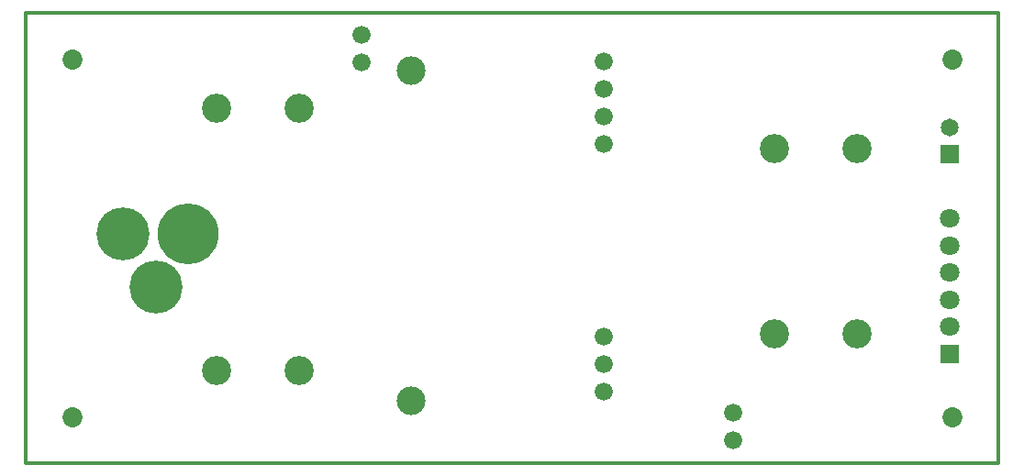
<source format=gbr>
G04 DesignSpark PCB Gerber Version 11.0 Build 5877*
%FSLAX35Y35*%
%MOIN*%
%ADD135R,0.06506X0.06506*%
%ADD73R,0.07096X0.07096*%
%ADD10C,0.01200*%
%ADD136C,0.06506*%
%ADD77C,0.06600*%
%ADD74C,0.07096*%
%ADD130C,0.07293*%
%ADD133C,0.10443*%
%ADD134C,0.10600*%
%ADD131C,0.19261*%
%ADD132C,0.22096*%
X0Y0D02*
D02*
D10*
X600Y600D02*
X353836D01*
Y164243D01*
X600D01*
Y600D01*
D02*
D73*
X336018Y40300D03*
D02*
D74*
Y50143D03*
Y59985D03*
Y69828D03*
Y79670D03*
Y89513D03*
D02*
D77*
X122513Y146277D03*
Y156277D03*
X210354Y26472D03*
Y36472D03*
Y46472D03*
Y116472D03*
Y126472D03*
Y136472D03*
Y146472D03*
X257556Y8724D03*
Y18724D03*
D02*
D130*
X17480Y17168D03*
Y147209D03*
X337269Y17168D03*
Y147209D03*
D02*
D131*
X35924Y83751D03*
X47931Y64460D03*
D02*
D132*
X59546Y83751D03*
D02*
D133*
X140550Y23087D03*
Y143165D03*
D02*
D134*
X69684Y34048D03*
Y129703D03*
X99684Y34048D03*
Y129703D03*
X272561Y47490D03*
Y115011D03*
X302561Y47490D03*
Y115011D03*
D02*
D135*
X336018Y112823D03*
D02*
D136*
Y122665D03*
X0Y0D02*
M02*

</source>
